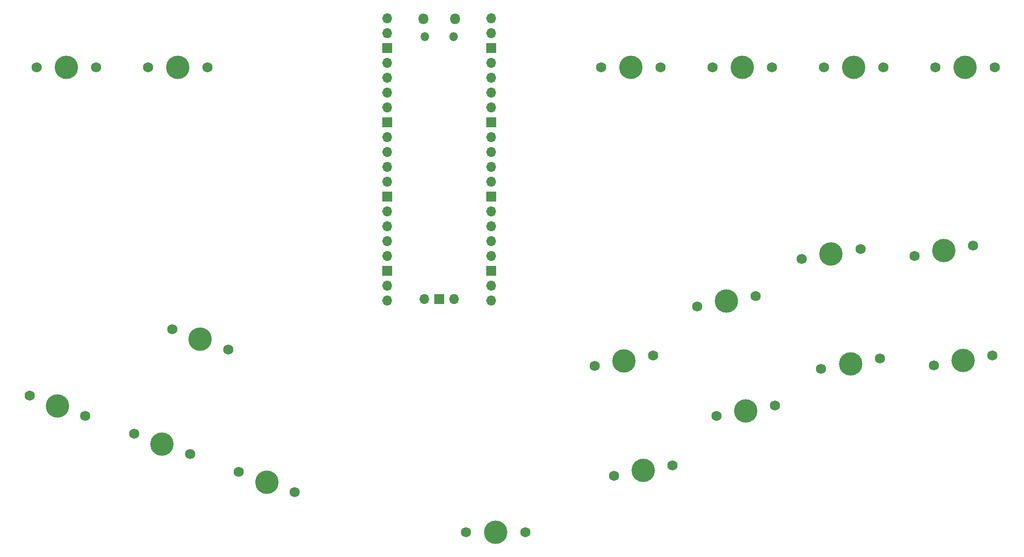
<source format=gbr>
%TF.GenerationSoftware,KiCad,Pcbnew,(6.0.4)*%
%TF.CreationDate,2022-07-04T15:55:19-04:00*%
%TF.ProjectId,cassowary,63617373-6f77-4617-9279-2e6b69636164,rev?*%
%TF.SameCoordinates,Original*%
%TF.FileFunction,Soldermask,Top*%
%TF.FilePolarity,Negative*%
%FSLAX46Y46*%
G04 Gerber Fmt 4.6, Leading zero omitted, Abs format (unit mm)*
G04 Created by KiCad (PCBNEW (6.0.4)) date 2022-07-04 15:55:19*
%MOMM*%
%LPD*%
G01*
G04 APERTURE LIST*
%ADD10C,4.000000*%
%ADD11C,1.750000*%
%ADD12O,1.800000X1.800000*%
%ADD13O,1.500000X1.500000*%
%ADD14O,1.700000X1.700000*%
%ADD15R,1.700000X1.700000*%
G04 APERTURE END LIST*
D10*
%TO.C,MX19*%
X154178000Y-137414000D03*
D11*
X149098000Y-137414000D03*
X159258000Y-137414000D03*
%TD*%
%TO.C,MX3*%
X210312000Y-57912000D03*
D10*
X215392000Y-57912000D03*
D11*
X220472000Y-57912000D03*
%TD*%
D10*
%TO.C,MX7*%
X103664628Y-104460428D03*
D11*
X108438267Y-106197890D03*
X98890989Y-102722966D03*
%TD*%
D10*
%TO.C,MX9*%
X97149144Y-122361572D03*
D11*
X92375505Y-120624110D03*
X101922783Y-124099034D03*
%TD*%
%TO.C,MX16*%
X191921066Y-117563683D03*
D10*
X196923889Y-116681550D03*
D11*
X201926712Y-115799417D03*
%TD*%
D10*
%TO.C,MX8*%
X79248000Y-115846088D03*
D11*
X74474361Y-114108626D03*
X84021639Y-117583550D03*
%TD*%
%TO.C,MX17*%
X219849273Y-107738737D03*
D10*
X214846450Y-108620870D03*
D11*
X209843627Y-109503003D03*
%TD*%
D10*
%TO.C,MX5*%
X177292000Y-57912000D03*
D11*
X172212000Y-57912000D03*
X182372000Y-57912000D03*
%TD*%
%TO.C,MX10*%
X110276650Y-127139594D03*
X119823928Y-130614518D03*
D10*
X115050289Y-128877056D03*
%TD*%
D11*
%TO.C,MX14*%
X225781390Y-90185970D03*
X235787036Y-88421704D03*
D10*
X230784213Y-89303837D03*
%TD*%
%TO.C,MX15*%
X179382032Y-126901319D03*
D11*
X174379209Y-127783452D03*
X184384855Y-126019186D03*
%TD*%
D10*
%TO.C,MX4*%
X234442000Y-57912000D03*
D11*
X239522000Y-57912000D03*
X229362000Y-57912000D03*
%TD*%
%TO.C,MX12*%
X198618714Y-97038829D03*
X188613068Y-98803095D03*
D10*
X193615891Y-97920962D03*
%TD*%
D11*
%TO.C,MX6*%
X191262000Y-57912000D03*
X201422000Y-57912000D03*
D10*
X196342000Y-57912000D03*
%TD*%
D11*
%TO.C,MX2*%
X94742000Y-57912000D03*
D10*
X99822000Y-57912000D03*
D11*
X104902000Y-57912000D03*
%TD*%
%TO.C,MX1*%
X85852000Y-57912000D03*
D10*
X80772000Y-57912000D03*
D11*
X75692000Y-57912000D03*
%TD*%
D10*
%TO.C,MX13*%
X211538452Y-89860282D03*
D11*
X206535629Y-90742415D03*
X216541275Y-88978149D03*
%TD*%
%TO.C,MX11*%
X181076858Y-107258598D03*
X171071212Y-109022864D03*
D10*
X176074035Y-108140731D03*
%TD*%
D11*
%TO.C,MX18*%
X239095034Y-107182293D03*
X229089388Y-108946559D03*
D10*
X234092211Y-108064426D03*
%TD*%
D12*
%TO.C,U1*%
X147251000Y-49660000D03*
X141801000Y-49660000D03*
D13*
X142101000Y-52690000D03*
X146951000Y-52690000D03*
D14*
X153416000Y-49530000D03*
X153416000Y-52070000D03*
D15*
X153416000Y-54610000D03*
D14*
X153416000Y-57150000D03*
X153416000Y-59690000D03*
X153416000Y-62230000D03*
X153416000Y-64770000D03*
D15*
X153416000Y-67310000D03*
D14*
X153416000Y-69850000D03*
X153416000Y-72390000D03*
X153416000Y-74930000D03*
X153416000Y-77470000D03*
D15*
X153416000Y-80010000D03*
D14*
X153416000Y-82550000D03*
X153416000Y-85090000D03*
X153416000Y-87630000D03*
X153416000Y-90170000D03*
D15*
X153416000Y-92710000D03*
D14*
X153416000Y-95250000D03*
X153416000Y-97790000D03*
X135636000Y-97790000D03*
X135636000Y-95250000D03*
D15*
X135636000Y-92710000D03*
D14*
X135636000Y-90170000D03*
X135636000Y-87630000D03*
X135636000Y-85090000D03*
X135636000Y-82550000D03*
D15*
X135636000Y-80010000D03*
D14*
X135636000Y-77470000D03*
X135636000Y-74930000D03*
X135636000Y-72390000D03*
X135636000Y-69850000D03*
D15*
X135636000Y-67310000D03*
D14*
X135636000Y-64770000D03*
X135636000Y-62230000D03*
X135636000Y-59690000D03*
X135636000Y-57150000D03*
D15*
X135636000Y-54610000D03*
D14*
X135636000Y-52070000D03*
X135636000Y-49530000D03*
X147066000Y-97560000D03*
D15*
X144526000Y-97560000D03*
D14*
X141986000Y-97560000D03*
%TD*%
M02*

</source>
